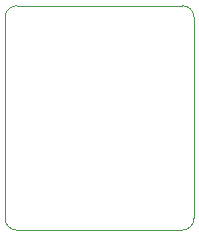
<source format=gm1>
G04 #@! TF.GenerationSoftware,KiCad,Pcbnew,(5.1.9)-1*
G04 #@! TF.CreationDate,2021-07-08T12:10:21+02:00*
G04 #@! TF.ProjectId,ttl_to_usb_adapter,74746c5f-746f-45f7-9573-625f61646170,v0.0*
G04 #@! TF.SameCoordinates,Original*
G04 #@! TF.FileFunction,Profile,NP*
%FSLAX46Y46*%
G04 Gerber Fmt 4.6, Leading zero omitted, Abs format (unit mm)*
G04 Created by KiCad (PCBNEW (5.1.9)-1) date 2021-07-08 12:10:21*
%MOMM*%
%LPD*%
G01*
G04 APERTURE LIST*
G04 #@! TA.AperFunction,Profile*
%ADD10C,0.050000*%
G04 #@! TD*
G04 APERTURE END LIST*
D10*
X155000000Y-86000000D02*
X169000000Y-86000000D01*
X154000000Y-104000000D02*
X154000000Y-87000000D01*
X169000000Y-105000000D02*
X155000000Y-105000000D01*
X170000000Y-87000000D02*
X170000000Y-104000000D01*
X155000000Y-105000000D02*
G75*
G02*
X154000000Y-104000000I0J1000000D01*
G01*
X154000000Y-87000000D02*
G75*
G02*
X155000000Y-86000000I1000000J0D01*
G01*
X169000000Y-86000000D02*
G75*
G02*
X170000000Y-87000000I0J-1000000D01*
G01*
X170000000Y-104000000D02*
G75*
G02*
X169000000Y-105000000I-1000000J0D01*
G01*
M02*

</source>
